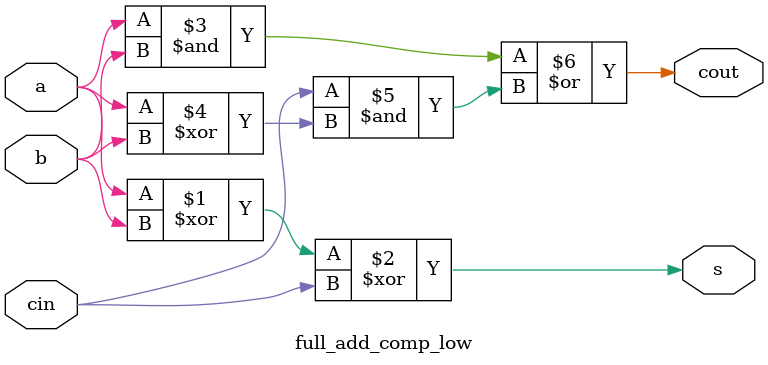
<source format=v>

/* 
 Ceci est une description comportementale de bas niveau d'un additionneur 1bit.
 C'est le même code Verilog que celui étudié dans l'exemple 1.
 */
 
module full_add_comp_low(a, b, cin, s, cout);

   input	a, b, cin;
   output 	s, cout;
   
   wire		a, b, cin, s, cout;

   assign 	s = a ^ b ^ cin;
   assign       cout = (a & b) | (cin & (a ^ b));

endmodule
 

</source>
